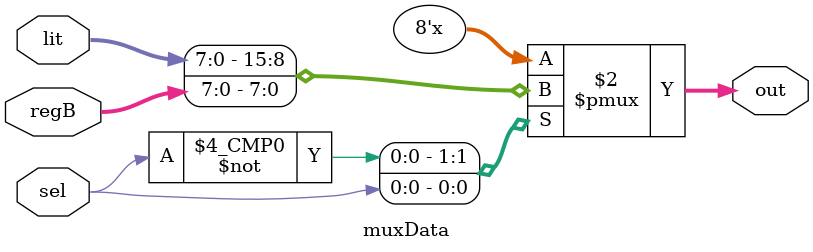
<source format=v>
module muxData(
    input [7:0] lit,      // Valor del Literal
    input [7:0] regB,      // Valor del registro B
    input [0:0] sel,       // Selector S_D
    output reg [7:0] out   // Salida al puerto Adress Data Memory
);

    always @(*) begin
        case(sel)
            1'b0: out = lit;      // Pasar Literal
            1'b1: out = regB;      // Pasar registro B
            default: out = regB;     // Por defecto registro B
        endcase
    end
endmodule
</source>
